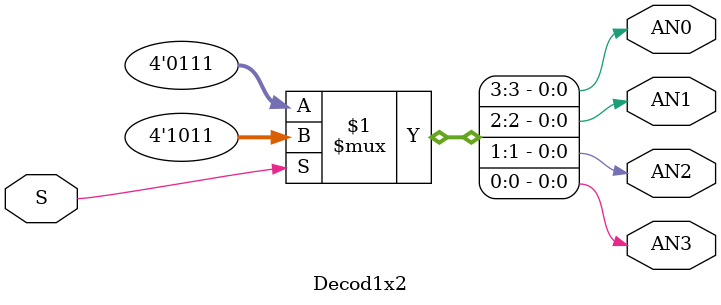
<source format=v>
module Decod1x2(S,AN0,AN1,AN2,AN3);
	input S;
	output AN0,AN1,AN2,AN3; 
	assign {AN0,AN1,AN2,AN3}=S?(4'b1011):(4'b0111);
	
endmodule

</source>
